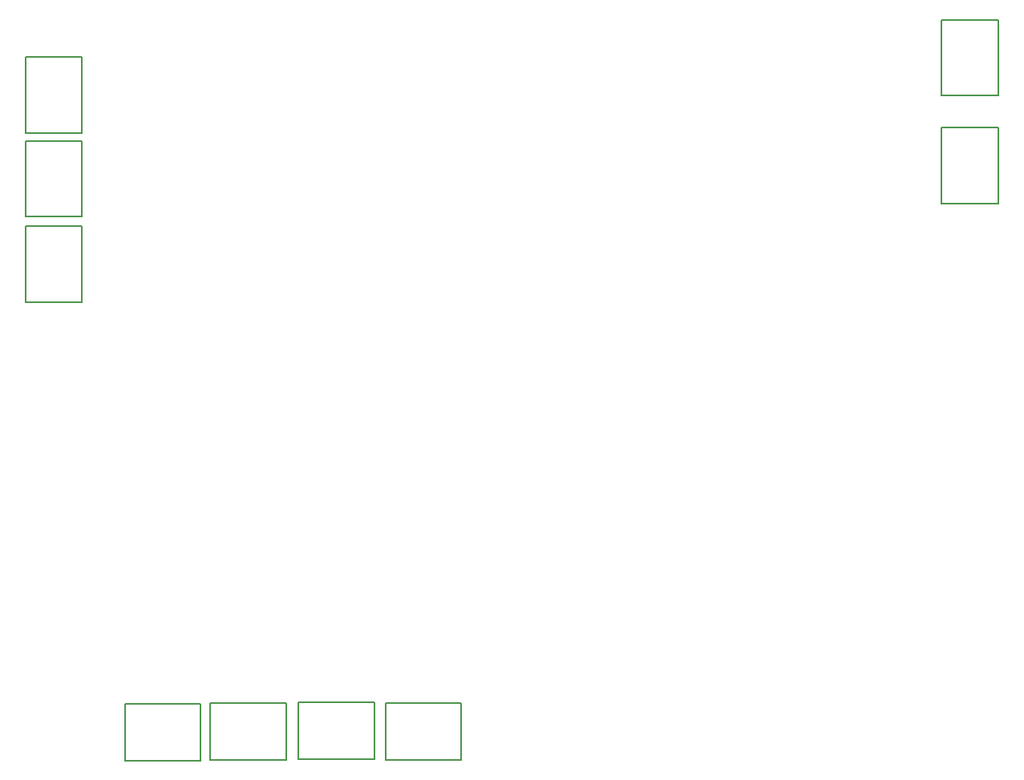
<source format=gm1>
G04*
G04 #@! TF.GenerationSoftware,Altium Limited,Altium Designer,21.3.2 (30)*
G04*
G04 Layer_Color=16711935*
%FSTAX25Y25*%
%MOIN*%
G70*
G04*
G04 #@! TF.SameCoordinates,EB2CAA8E-72F9-4FA4-A601-E6806EDF6347*
G04*
G04*
G04 #@! TF.FilePolarity,Positive*
G04*
G01*
G75*
%ADD14C,0.00787*%
D14*
X0205811Y0081457D02*
Y0105079D01*
X0174315D02*
X0205811D01*
X0174315Y0081457D02*
X0205811D01*
X0174315D02*
Y0105079D01*
X0282604Y0081657D02*
Y0105279D01*
Y0081657D02*
X03141D01*
X0282604Y0105279D02*
X03141D01*
Y0081657D02*
Y0105279D01*
X0246469Y0081994D02*
Y0105616D01*
Y0081994D02*
X0277965D01*
X0246469Y0105616D02*
X0277965D01*
Y0081994D02*
Y0105616D01*
X0209891Y0081631D02*
Y0105253D01*
Y0081631D02*
X0241387D01*
X0209891Y0105253D02*
X0241387D01*
Y0081631D02*
Y0105253D01*
X0132931Y0373987D02*
X0156553D01*
Y0342491D02*
Y0373987D01*
X0132931Y0342491D02*
Y0373987D01*
Y0342491D02*
X0156553D01*
X0132931Y0303585D02*
X0156553D01*
Y0272089D02*
Y0303585D01*
X0132931Y0272089D02*
Y0303585D01*
Y0272089D02*
X0156553D01*
X0132931Y0307569D02*
X0156553D01*
X0132931D02*
Y0339065D01*
X0156553Y0307569D02*
Y0339065D01*
X0132931D02*
X0156553D01*
X0513824Y0344529D02*
X0537446D01*
X0513824Y0313033D02*
Y0344529D01*
X0537446Y0313033D02*
Y0344529D01*
X0513824Y0313033D02*
X0537446D01*
X0513824Y0389487D02*
X0537446D01*
X0513824Y0357991D02*
Y0389487D01*
X0537446Y0357991D02*
Y0389487D01*
X0513824Y0357991D02*
X0537446D01*
M02*

</source>
